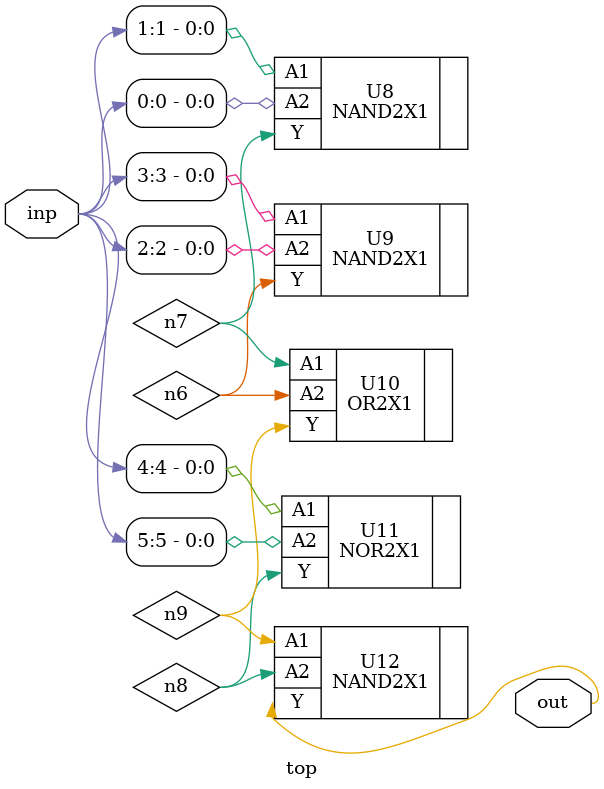
<source format=sv>


module top ( inp, out );
  input [5:0] inp;
  output out;
  wire   n6, n7, n8, n9;

  NAND2X1 U8 ( .A1(inp[1]), .A2(inp[0]), .Y(n7) );
  NAND2X1 U9 ( .A1(inp[3]), .A2(inp[2]), .Y(n6) );
  OR2X1 U10 ( .A1(n7), .A2(n6), .Y(n9) );
  NOR2X1 U11 ( .A1(inp[4]), .A2(inp[5]), .Y(n8) );
  NAND2X1 U12 ( .A1(n9), .A2(n8), .Y(out) );
endmodule


</source>
